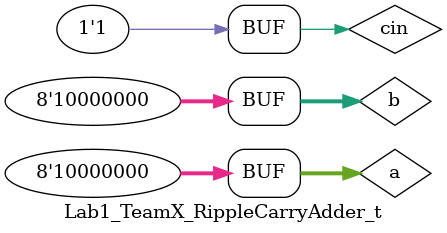
<source format=v>
`timescale 1ns / 1ps

module Lab1_TeamX_RippleCarryAdder_t();
reg [8-1:0] a,b;
reg cin;
wire [8-1:0] sum;
wire cout;

RippleCarryAdder name(a, b, cin, cout, sum);
    initial begin
    a = 8'b00001101;
    b = 8'b00000101;
    cin = 1'b1;
    #100;
    a = 8'b00001011;
    b = 8'b00000100;
    cin = 1'b0;
    #100;
    a = 8'b10000000;
    b = 8'b10000000;
    cin  = 1'b1;
    #100;
    end
endmodule

</source>
